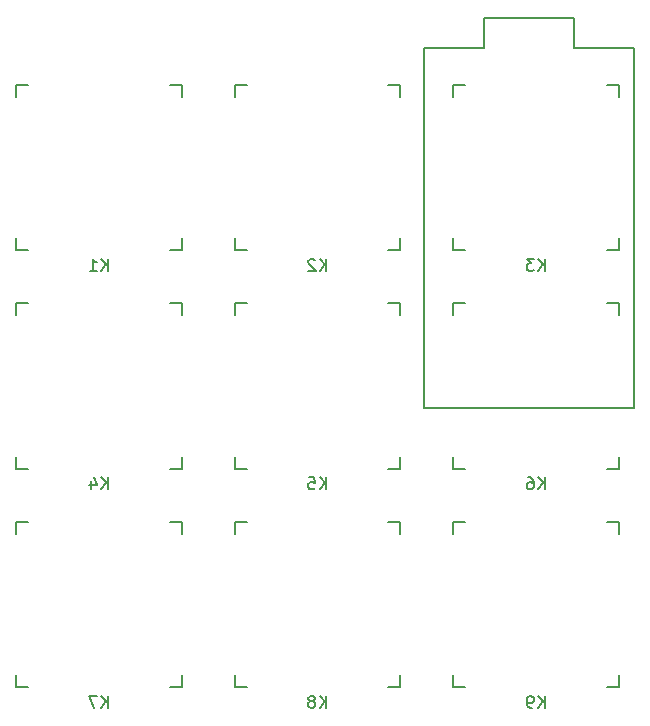
<source format=gbr>
G04 #@! TF.GenerationSoftware,KiCad,Pcbnew,(5.0.0-3-g5ebb6b6)*
G04 #@! TF.CreationDate,2019-02-07T22:00:29-08:00*
G04 #@! TF.ProjectId,arrowPad,6172726F775061642E6B696361645F70,rev?*
G04 #@! TF.SameCoordinates,Original*
G04 #@! TF.FileFunction,Legend,Bot*
G04 #@! TF.FilePolarity,Positive*
%FSLAX46Y46*%
G04 Gerber Fmt 4.6, Leading zero omitted, Abs format (unit mm)*
G04 Created by KiCad (PCBNEW (5.0.0-3-g5ebb6b6)) date Thursday, February 07, 2019 at 10:00:29 PM*
%MOMM*%
%LPD*%
G01*
G04 APERTURE LIST*
%ADD10C,0.150000*%
G04 APERTURE END LIST*
D10*
G04 #@! TO.C,K1*
X45000000Y-86500000D02*
X45000000Y-85500000D01*
X45000000Y-85500000D02*
X46000000Y-85500000D01*
X46000000Y-99500000D02*
X45000000Y-99500000D01*
X45000000Y-99500000D02*
X45000000Y-98500000D01*
X59000000Y-98500000D02*
X59000000Y-99500000D01*
X59000000Y-99500000D02*
X58000000Y-99500000D01*
X58000000Y-85500000D02*
X59000000Y-85500000D01*
X59000000Y-85500000D02*
X59000000Y-86500000D01*
G04 #@! TO.C,K2*
X77500000Y-85500000D02*
X77500000Y-86500000D01*
X76500000Y-85500000D02*
X77500000Y-85500000D01*
X77500000Y-99500000D02*
X76500000Y-99500000D01*
X77500000Y-98500000D02*
X77500000Y-99500000D01*
X63500000Y-99500000D02*
X63500000Y-98500000D01*
X64500000Y-99500000D02*
X63500000Y-99500000D01*
X63500000Y-85500000D02*
X64500000Y-85500000D01*
X63500000Y-86500000D02*
X63500000Y-85500000D01*
G04 #@! TO.C,K3*
X82000000Y-86500000D02*
X82000000Y-85500000D01*
X82000000Y-85500000D02*
X83000000Y-85500000D01*
X83000000Y-99500000D02*
X82000000Y-99500000D01*
X82000000Y-99500000D02*
X82000000Y-98500000D01*
X96000000Y-98500000D02*
X96000000Y-99500000D01*
X96000000Y-99500000D02*
X95000000Y-99500000D01*
X95000000Y-85500000D02*
X96000000Y-85500000D01*
X96000000Y-85500000D02*
X96000000Y-86500000D01*
G04 #@! TO.C,K4*
X59000000Y-104000000D02*
X59000000Y-105000000D01*
X58000000Y-104000000D02*
X59000000Y-104000000D01*
X59000000Y-118000000D02*
X58000000Y-118000000D01*
X59000000Y-117000000D02*
X59000000Y-118000000D01*
X45000000Y-118000000D02*
X45000000Y-117000000D01*
X46000000Y-118000000D02*
X45000000Y-118000000D01*
X45000000Y-104000000D02*
X46000000Y-104000000D01*
X45000000Y-105000000D02*
X45000000Y-104000000D01*
G04 #@! TO.C,K5*
X63500000Y-105000000D02*
X63500000Y-104000000D01*
X63500000Y-104000000D02*
X64500000Y-104000000D01*
X64500000Y-118000000D02*
X63500000Y-118000000D01*
X63500000Y-118000000D02*
X63500000Y-117000000D01*
X77500000Y-117000000D02*
X77500000Y-118000000D01*
X77500000Y-118000000D02*
X76500000Y-118000000D01*
X76500000Y-104000000D02*
X77500000Y-104000000D01*
X77500000Y-104000000D02*
X77500000Y-105000000D01*
G04 #@! TO.C,K6*
X96000000Y-104000000D02*
X96000000Y-105000000D01*
X95000000Y-104000000D02*
X96000000Y-104000000D01*
X96000000Y-118000000D02*
X95000000Y-118000000D01*
X96000000Y-117000000D02*
X96000000Y-118000000D01*
X82000000Y-118000000D02*
X82000000Y-117000000D01*
X83000000Y-118000000D02*
X82000000Y-118000000D01*
X82000000Y-104000000D02*
X83000000Y-104000000D01*
X82000000Y-105000000D02*
X82000000Y-104000000D01*
G04 #@! TO.C,K7*
X45000000Y-123500000D02*
X45000000Y-122500000D01*
X45000000Y-122500000D02*
X46000000Y-122500000D01*
X46000000Y-136500000D02*
X45000000Y-136500000D01*
X45000000Y-136500000D02*
X45000000Y-135500000D01*
X59000000Y-135500000D02*
X59000000Y-136500000D01*
X59000000Y-136500000D02*
X58000000Y-136500000D01*
X58000000Y-122500000D02*
X59000000Y-122500000D01*
X59000000Y-122500000D02*
X59000000Y-123500000D01*
G04 #@! TO.C,K8*
X77500000Y-122500000D02*
X77500000Y-123500000D01*
X76500000Y-122500000D02*
X77500000Y-122500000D01*
X77500000Y-136500000D02*
X76500000Y-136500000D01*
X77500000Y-135500000D02*
X77500000Y-136500000D01*
X63500000Y-136500000D02*
X63500000Y-135500000D01*
X64500000Y-136500000D02*
X63500000Y-136500000D01*
X63500000Y-122500000D02*
X64500000Y-122500000D01*
X63500000Y-123500000D02*
X63500000Y-122500000D01*
G04 #@! TO.C,K9*
X82000000Y-123500000D02*
X82000000Y-122500000D01*
X82000000Y-122500000D02*
X83000000Y-122500000D01*
X83000000Y-136500000D02*
X82000000Y-136500000D01*
X82000000Y-136500000D02*
X82000000Y-135500000D01*
X96000000Y-135500000D02*
X96000000Y-136500000D01*
X96000000Y-136500000D02*
X95000000Y-136500000D01*
X95000000Y-122500000D02*
X96000000Y-122500000D01*
X96000000Y-122500000D02*
X96000000Y-123500000D01*
G04 #@! TO.C,U1*
X97290000Y-82360000D02*
X97290000Y-112840000D01*
X92210000Y-82360000D02*
X97290000Y-82360000D01*
X92210000Y-79820000D02*
X92210000Y-82360000D01*
X84590000Y-79820000D02*
X92210000Y-79820000D01*
X84590000Y-82360000D02*
X84590000Y-79820000D01*
X79510000Y-82360000D02*
X84590000Y-82360000D01*
X79510000Y-112840000D02*
X79510000Y-82360000D01*
X97290000Y-112840000D02*
X79510000Y-112840000D01*
G04 #@! TO.C,K1*
X52738095Y-101252380D02*
X52738095Y-100252380D01*
X52166666Y-101252380D02*
X52595238Y-100680952D01*
X52166666Y-100252380D02*
X52738095Y-100823809D01*
X51214285Y-101252380D02*
X51785714Y-101252380D01*
X51500000Y-101252380D02*
X51500000Y-100252380D01*
X51595238Y-100395238D01*
X51690476Y-100490476D01*
X51785714Y-100538095D01*
G04 #@! TO.C,K2*
X71238095Y-101252380D02*
X71238095Y-100252380D01*
X70666666Y-101252380D02*
X71095238Y-100680952D01*
X70666666Y-100252380D02*
X71238095Y-100823809D01*
X70285714Y-100347619D02*
X70238095Y-100300000D01*
X70142857Y-100252380D01*
X69904761Y-100252380D01*
X69809523Y-100300000D01*
X69761904Y-100347619D01*
X69714285Y-100442857D01*
X69714285Y-100538095D01*
X69761904Y-100680952D01*
X70333333Y-101252380D01*
X69714285Y-101252380D01*
G04 #@! TO.C,K3*
X89738095Y-101252380D02*
X89738095Y-100252380D01*
X89166666Y-101252380D02*
X89595238Y-100680952D01*
X89166666Y-100252380D02*
X89738095Y-100823809D01*
X88833333Y-100252380D02*
X88214285Y-100252380D01*
X88547619Y-100633333D01*
X88404761Y-100633333D01*
X88309523Y-100680952D01*
X88261904Y-100728571D01*
X88214285Y-100823809D01*
X88214285Y-101061904D01*
X88261904Y-101157142D01*
X88309523Y-101204761D01*
X88404761Y-101252380D01*
X88690476Y-101252380D01*
X88785714Y-101204761D01*
X88833333Y-101157142D01*
G04 #@! TO.C,K4*
X52738095Y-119752380D02*
X52738095Y-118752380D01*
X52166666Y-119752380D02*
X52595238Y-119180952D01*
X52166666Y-118752380D02*
X52738095Y-119323809D01*
X51309523Y-119085714D02*
X51309523Y-119752380D01*
X51547619Y-118704761D02*
X51785714Y-119419047D01*
X51166666Y-119419047D01*
G04 #@! TO.C,K5*
X71238095Y-119752380D02*
X71238095Y-118752380D01*
X70666666Y-119752380D02*
X71095238Y-119180952D01*
X70666666Y-118752380D02*
X71238095Y-119323809D01*
X69761904Y-118752380D02*
X70238095Y-118752380D01*
X70285714Y-119228571D01*
X70238095Y-119180952D01*
X70142857Y-119133333D01*
X69904761Y-119133333D01*
X69809523Y-119180952D01*
X69761904Y-119228571D01*
X69714285Y-119323809D01*
X69714285Y-119561904D01*
X69761904Y-119657142D01*
X69809523Y-119704761D01*
X69904761Y-119752380D01*
X70142857Y-119752380D01*
X70238095Y-119704761D01*
X70285714Y-119657142D01*
G04 #@! TO.C,K6*
X89738095Y-119752380D02*
X89738095Y-118752380D01*
X89166666Y-119752380D02*
X89595238Y-119180952D01*
X89166666Y-118752380D02*
X89738095Y-119323809D01*
X88309523Y-118752380D02*
X88500000Y-118752380D01*
X88595238Y-118800000D01*
X88642857Y-118847619D01*
X88738095Y-118990476D01*
X88785714Y-119180952D01*
X88785714Y-119561904D01*
X88738095Y-119657142D01*
X88690476Y-119704761D01*
X88595238Y-119752380D01*
X88404761Y-119752380D01*
X88309523Y-119704761D01*
X88261904Y-119657142D01*
X88214285Y-119561904D01*
X88214285Y-119323809D01*
X88261904Y-119228571D01*
X88309523Y-119180952D01*
X88404761Y-119133333D01*
X88595238Y-119133333D01*
X88690476Y-119180952D01*
X88738095Y-119228571D01*
X88785714Y-119323809D01*
G04 #@! TO.C,K7*
X52738095Y-138252380D02*
X52738095Y-137252380D01*
X52166666Y-138252380D02*
X52595238Y-137680952D01*
X52166666Y-137252380D02*
X52738095Y-137823809D01*
X51833333Y-137252380D02*
X51166666Y-137252380D01*
X51595238Y-138252380D01*
G04 #@! TO.C,K8*
X71238095Y-138252380D02*
X71238095Y-137252380D01*
X70666666Y-138252380D02*
X71095238Y-137680952D01*
X70666666Y-137252380D02*
X71238095Y-137823809D01*
X70095238Y-137680952D02*
X70190476Y-137633333D01*
X70238095Y-137585714D01*
X70285714Y-137490476D01*
X70285714Y-137442857D01*
X70238095Y-137347619D01*
X70190476Y-137300000D01*
X70095238Y-137252380D01*
X69904761Y-137252380D01*
X69809523Y-137300000D01*
X69761904Y-137347619D01*
X69714285Y-137442857D01*
X69714285Y-137490476D01*
X69761904Y-137585714D01*
X69809523Y-137633333D01*
X69904761Y-137680952D01*
X70095238Y-137680952D01*
X70190476Y-137728571D01*
X70238095Y-137776190D01*
X70285714Y-137871428D01*
X70285714Y-138061904D01*
X70238095Y-138157142D01*
X70190476Y-138204761D01*
X70095238Y-138252380D01*
X69904761Y-138252380D01*
X69809523Y-138204761D01*
X69761904Y-138157142D01*
X69714285Y-138061904D01*
X69714285Y-137871428D01*
X69761904Y-137776190D01*
X69809523Y-137728571D01*
X69904761Y-137680952D01*
G04 #@! TO.C,K9*
X89738095Y-138252380D02*
X89738095Y-137252380D01*
X89166666Y-138252380D02*
X89595238Y-137680952D01*
X89166666Y-137252380D02*
X89738095Y-137823809D01*
X88690476Y-138252380D02*
X88500000Y-138252380D01*
X88404761Y-138204761D01*
X88357142Y-138157142D01*
X88261904Y-138014285D01*
X88214285Y-137823809D01*
X88214285Y-137442857D01*
X88261904Y-137347619D01*
X88309523Y-137300000D01*
X88404761Y-137252380D01*
X88595238Y-137252380D01*
X88690476Y-137300000D01*
X88738095Y-137347619D01*
X88785714Y-137442857D01*
X88785714Y-137680952D01*
X88738095Y-137776190D01*
X88690476Y-137823809D01*
X88595238Y-137871428D01*
X88404761Y-137871428D01*
X88309523Y-137823809D01*
X88261904Y-137776190D01*
X88214285Y-137680952D01*
G04 #@! TD*
M02*

</source>
